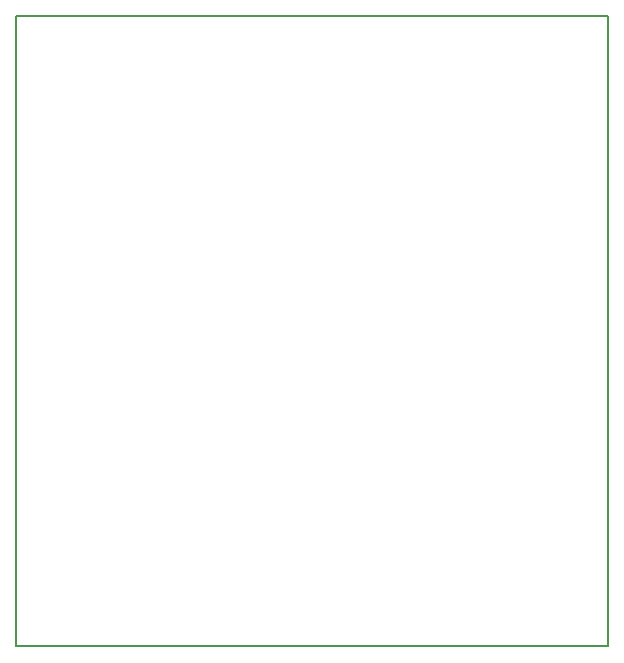
<source format=gbr>
G04 #@! TF.FileFunction,Profile,NP*
%FSLAX46Y46*%
G04 Gerber Fmt 4.6, Leading zero omitted, Abs format (unit mm)*
G04 Created by KiCad (PCBNEW 4.0.2-stable) date 2016/07/12 17:08:39*
%MOMM*%
G01*
G04 APERTURE LIST*
%ADD10C,0.100000*%
%ADD11C,0.150000*%
G04 APERTURE END LIST*
D10*
D11*
X126873000Y-126365000D02*
X126873000Y-73025000D01*
X177038000Y-126365000D02*
X126873000Y-126365000D01*
X177038000Y-73025000D02*
X177038000Y-126365000D01*
X126873000Y-73025000D02*
X177038000Y-73025000D01*
M02*

</source>
